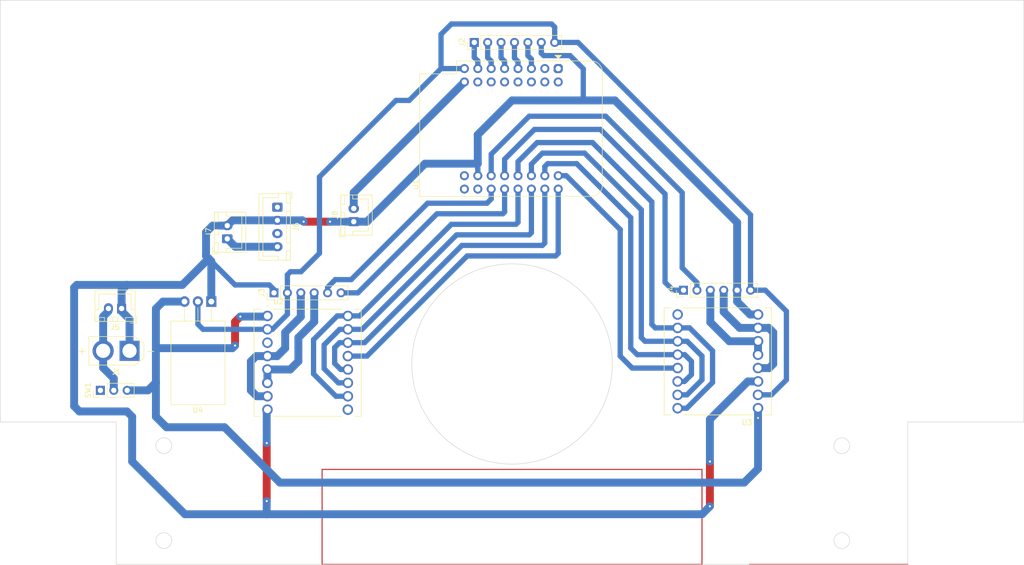
<source format=kicad_pcb>
(kicad_pcb (version 20221018) (generator pcbnew)
  (layers (0 "F.Cu" signal) (31 "B.Cu" signal) (34 "B.Paste" user) (35 "F.Paste" user) (36 "B.SilkS" user "B.Silkscreen") (37 "F.SilkS" user "F.Silkscreen") (38 "B.Mask" user) (39 "F.Mask" user) (44 "Edge.Cuts" user))
  (net 0 "")
  (net 2 "GND")
  (net 3 "BATT")
  (net 4 "OUTB_LEFT")
  (net 5 "OUTA_LEFT")
  (net 6 "STBY_LEFT")
  (net 7 "IN2_LEFT")
  (net 9 "IN1_LEFT")
  (net 10 "+3.3V")
  (net 11 "PWM_RIGH")
  (net 12 "IN1_RIGH")
  (net 13 "IN2_RIGH")
  (net 14 "STBY_RIGH")
  (net 15 "OUTA_RIGH")
  (net 17 "OUTB_RIGH")
  (net 18 "ADC")
  (net 19 "MUX1")
  (net 20 "MUX2")
  (net 21 "MUX3")
  (net 22 "MUX4")
  (net 24 "PWM_LEFT")
  (net 25 "M1_LEFT")
  (net 26 "M2_LEFT")
  (net 27 "M1_RIGH")
  (net 28 "M2_RIGH")
  (net 30 "Net-(J1-Pin_2)")
  (net 34 "7.4V")
  (net 35 "PWM_TURBINE")
  (footprint "Footprint:TB6612FNG_MODULE" (layer "F.Cu") (at 194 101.5 180)
    (fp_text reference "U3" (at -5.5332 -11.6132) (layer "F.SilkS"))
    (fp_text value "MOTOR_RIGH")
    (pad "1" thru_hole circle (at -7.62 -8.89 180) (size 1.98 1.98) (drill 1.32) (layers "*.Cu" "*.Mask") (net 3 "BATT"))
    (pad "2" thru_hole circle (at -7.62 -6.35 180) (size 1.98 1.98) (drill 1.32) (layers "*.Cu" "*.Mask") (net 10 "+3.3V"))
    (pad "3" thru_hole circle (at -7.62 -3.81 180) (size 1.98 1.98) (drill 1.32) (layers "*.Cu" "*.Mask") (net 2 "GND"))
    (pad "4" thru_hole circle (at -7.62 -1.27 180) (size 1.98 1.98) (drill 1.32) (layers "*.Cu" "*.Mask") (net 27 "M1_RIGH"))
    (pad "5" thru_hole circle (at -7.62 1.27 180) (size 1.98 1.98) (drill 1.32) (layers "*.Cu" "*.Mask") (net 28 "M2_RIGH"))
    (pad "6" thru_hole circle (at -7.62 3.81 180) (size 1.98 1.98) (drill 1.32) (layers "*.Cu" "*.Mask") (net 28 "M2_RIGH"))
    (pad "7" thru_hole circle (at -7.62 6.35 180) (size 1.98 1.98) (drill 1.32) (layers "*.Cu" "*.Mask") (net 27 "M1_RIGH"))
    (pad "8" thru_hole circle (at -7.62 8.89 180) (size 1.98 1.98) (drill 1.32) (layers "*.Cu" "*.Mask") (net 2 "GND"))
    (pad "9" thru_hole circle (at 7.62 8.89 180) (size 1.98 1.98) (drill 1.32) (layers "*.Cu" "*.Mask") (net 2 "GND"))
    (pad "10" thru_hole circle (at 7.62 6.35 180) (size 1.98 1.98) (drill 1.32) (layers "*.Cu" "*.Mask") (net 11 "PWM_RIGH"))
    (pad "11" thru_hole circle (at 7.62 3.81 180) (size 1.98 1.98) (drill 1.32) (layers "*.Cu" "*.Mask") (net 13 "IN2_RIGH"))
    (pad "12" thru_hole circle (at 7.62 1.27 180) (size 1.98 1.98) (drill 1.32) (layers "*.Cu" "*.Mask") (net 12 "IN1_RIGH"))
    (pad "13" thru_hole circle (at 7.62 -1.27 180) (size 1.98 1.98) (drill 1.32) (layers "*.Cu" "*.Mask") (net 14 "STBY_RIGH"))
    (pad "14" thru_hole circle (at 7.62 -3.81 180) (size 1.98 1.98) (drill 1.32) (layers "*.Cu" "*.Mask") (net 12 "IN1_RIGH"))
    (pad "15" thru_hole circle (at 7.62 -6.35 180) (size 1.98 1.98) (drill 1.32) (layers "*.Cu" "*.Mask") (net 13 "IN2_RIGH"))
    (pad "16" thru_hole circle (at 7.62 -8.89 180) (size 1.98 1.98) (drill 1.32) (layers "*.Cu" "*.Mask") (net 11 "PWM_RIGH"))
  )
  (footprint "Connectors_XT30-60:AMASS_XT30U-F_1x02_P5.0mm_Vertical" (layer "F.Cu") (at 82.5 99.5 180)
    (fp_text reference "J1" (at 2.5 -4) (layer "F.SilkS"))
    (fp_text value "BATT_11.1V")
    (fp_text user "-" (at -4 0) (layer "F.SilkS") (effects (font (size 1.5 1.5))))
    (fp_text user "+" (at 9 0) (layer "F.SilkS") (effects (font (size 1.5 1.5))))
    (pad "1" thru_hole rect (at 0 0 180) (size 3.8 3.8) (drill 2.7) (layers "*.Cu" "*.Mask") (net 2 "GND"))
    (pad "2" thru_hole circle (at 5 0 180) (size 4 4) (drill 2.7) (layers "*.Cu" "*.Mask") (net 30 "Net-(J1-Pin_2)"))
  )
  (footprint "Footprint:TB6612FNG_MODULE" (layer "F.Cu") (at 116.26 101.77)
    (fp_text reference "U2" (at -5.5332 -11.6132) (layer "F.SilkS"))
    (fp_text value "MOTOR_LEFT")
    (pad "1" thru_hole circle (at -7.62 -8.89) (size 1.98 1.98) (drill 1.32) (layers "*.Cu" "*.Mask") (net 3 "BATT"))
    (pad "2" thru_hole circle (at -7.62 -6.35) (size 1.98 1.98) (drill 1.32) (layers "*.Cu" "*.Mask") (net 10 "+3.3V"))
    (pad "3" thru_hole circle (at -7.62 -3.81) (size 1.98 1.98) (drill 1.32) (layers "*.Cu" "*.Mask") (net 2 "GND"))
    (pad "4" thru_hole circle (at -7.62 -1.27) (size 1.98 1.98) (drill 1.32) (layers "*.Cu" "*.Mask") (net 25 "M1_LEFT"))
    (pad "5" thru_hole circle (at -7.62 1.27) (size 1.98 1.98) (drill 1.32) (layers "*.Cu" "*.Mask") (net 26 "M2_LEFT"))
    (pad "6" thru_hole circle (at -7.62 3.81) (size 1.98 1.98) (drill 1.32) (layers "*.Cu" "*.Mask") (net 26 "M2_LEFT"))
    (pad "7" thru_hole circle (at -7.62 6.35) (size 1.98 1.98) (drill 1.32) (layers "*.Cu" "*.Mask") (net 25 "M1_LEFT"))
    (pad "8" thru_hole circle (at -7.62 8.89) (size 1.98 1.98) (drill 1.32) (layers "*.Cu" "*.Mask") (net 2 "GND"))
    (pad "9" thru_hole circle (at 7.62 8.89) (size 1.98 1.98) (drill 1.32) (layers "*.Cu" "*.Mask") (net 2 "GND"))
    (pad "10" thru_hole circle (at 7.62 6.35) (size 1.98 1.98) (drill 1.32) (layers "*.Cu" "*.Mask") (net 24 "PWM_LEFT"))
    (pad "11" thru_hole circle (at 7.62 3.81) (size 1.98 1.98) (drill 1.32) (layers "*.Cu" "*.Mask") (net 7 "IN2_LEFT"))
    (pad "12" thru_hole circle (at 7.62 1.27) (size 1.98 1.98) (drill 1.32) (layers "*.Cu" "*.Mask") (net 9 "IN1_LEFT"))
    (pad "13" thru_hole circle (at 7.62 -1.27) (size 1.98 1.98) (drill 1.32) (layers "*.Cu" "*.Mask") (net 6 "STBY_LEFT"))
    (pad "14" thru_hole circle (at 7.62 -3.81) (size 1.98 1.98) (drill 1.32) (layers "*.Cu" "*.Mask") (net 9 "IN1_LEFT"))
    (pad "15" thru_hole circle (at 7.62 -6.35) (size 1.98 1.98) (drill 1.32) (layers "*.Cu" "*.Mask") (net 7 "IN2_LEFT"))
    (pad "16" thru_hole circle (at 7.62 -8.89) (size 1.98 1.98) (drill 1.32) (layers "*.Cu" "*.Mask") (net 24 "PWM_LEFT"))
  )
  (footprint "Package_TO_SOT_THT:TO-220-3_Horizontal_TabDown" (layer "F.Cu") (at 98 90.16 180)
    (fp_text reference "U4" (at 2.54 -20.58) (layer "F.SilkS"))
    (fp_text value "LM1117T-3.3")
    (pad "" np_thru_hole oval (at 2.54 -16.66 180) (size 3.5 3.5) (drill 3.5) (layers "*.Cu" "*.Mask"))
    (pad "1" thru_hole rect (at 0 0 180) (size 1.905 2) (drill 1.1) (layers "*.Cu" "*.Mask") (net 2 "GND"))
    (pad "2" thru_hole oval (at 2.54 0 180) (size 1.905 2) (drill 1.1) (layers "*.Cu" "*.Mask") (net 10 "+3.3V"))
    (pad "3" thru_hole oval (at 5.08 0 180) (size 1.905 2) (drill 1.1) (layers "*.Cu" "*.Mask") (net 3 "BATT"))
  )
  (footprint "Connector_JST:JST_XH_B2B-XH-A_1x02_P2.50mm_Vertical" (layer "F.Cu") (at 125 75 90)
    (fp_text reference "J8" (at 1.25 -3.55 90) (layer "F.SilkS"))
    (fp_text value "TURBINE_PWM")
    (pad "1" thru_hole roundrect (at 0 0 90) (size 1.7 2) (drill 1) (layers "*.Cu" "*.Mask") (roundrect_rratio 0.147059) (net 2 "GND"))
    (pad "2" thru_hole oval (at 2.5 0 90) (size 1.7 2) (drill 1) (layers "*.Cu" "*.Mask") (net 35 "PWM_TURBINE"))
  )
  (footprint "Connector_PinHeader_2.54mm:PinHeader_1x06_P2.54mm_Vertical" (layer "F.Cu") (at 187.5 88 90)
    (fp_text reference "J4" (at 0 -2.33 90) (layer "F.SilkS"))
    (fp_text value "ENODER_RIGH")
    (pad "1" thru_hole rect (at 0 0 90) (size 1.7 1.7) (drill 1) (layers "*.Cu" "*.Mask") (net 17 "OUTB_RIGH"))
    (pad "2" thru_hole oval (at 0 2.54 90) (size 1.7 1.7) (drill 1) (layers "*.Cu" "*.Mask") (net 15 "OUTA_RIGH"))
    (pad "3" thru_hole oval (at 0 5.08 90) (size 1.7 1.7) (drill 1) (layers "*.Cu" "*.Mask") (net 28 "M2_RIGH"))
    (pad "4" thru_hole oval (at 0 7.62 90) (size 1.7 1.7) (drill 1) (layers "*.Cu" "*.Mask") (net 27 "M1_RIGH"))
    (pad "5" thru_hole oval (at 0 10.16 90) (size 1.7 1.7) (drill 1) (layers "*.Cu" "*.Mask") (net 2 "GND"))
    (pad "6" thru_hole oval (at 0 12.7 90) (size 1.7 1.7) (drill 1) (layers "*.Cu" "*.Mask") (net 10 "+3.3V"))
  )
  (footprint "Module:WEMOS_S2_mini" (layer "F.Cu") (at 163.75 45.96 -90)
    (fp_text reference "U1" (at 22 27 90) (layer "F.SilkS"))
    (fp_text value "WeMos_S2_mini")
    (pad "1" thru_hole roundrect (at 0 0 270) (size 1.7 1.7) (drill 1) (layers "*.Cu" "*.Mask") (roundrect_rratio 0.35) (chamfer_ratio 0.2) (chamfer top_left bottom_right))
    (pad "2" thru_hole circle (at 0 2.54 270) (size 1.7 1.7) (drill 1) (layers "*.Cu" "*.Mask"))
    (pad "3" thru_hole circle (at 0 5.08 270) (size 1.7 1.7) (drill 1) (layers "*.Cu" "*.Mask") (net 18 "ADC"))
    (pad "4" thru_hole circle (at 0 7.62 270) (size 1.7 1.7) (drill 1) (layers "*.Cu" "*.Mask") (net 19 "MUX1"))
    (pad "5" thru_hole circle (at 0 10.16 270) (size 1.7 1.7) (drill 1) (layers "*.Cu" "*.Mask") (net 20 "MUX2"))
    (pad "6" thru_hole circle (at 0 12.7 270) (size 1.7 1.7) (drill 1) (layers "*.Cu" "*.Mask") (net 21 "MUX3"))
    (pad "7" thru_hole circle (at 0 15.24 270) (size 1.7 1.7) (drill 1) (layers "*.Cu" "*.Mask") (net 22 "MUX4"))
    (pad "8" thru_hole circle (at 0 17.78 270) (size 1.7 1.7) (drill 1) (layers "*.Cu" "*.Mask") (net 10 "+3.3V"))
    (pad "9" thru_hole circle (at 22.86 17.78 270) (size 1.7 1.7) (drill 1) (layers "*.Cu" "*.Mask"))
    (pad "10" thru_hole circle (at 22.86 15.24 270) (size 1.7 1.7) (drill 1) (layers "*.Cu" "*.Mask") (net 2 "GND"))
    (pad "11" thru_hole circle (at 22.86 12.7 270) (size 1.7 1.7) (drill 1) (layers "*.Cu" "*.Mask") (net 4 "OUTB_LEFT"))
    (pad "12" thru_hole circle (at 22.86 10.16 270) (size 1.7 1.7) (drill 1) (layers "*.Cu" "*.Mask") (net 5 "OUTA_LEFT"))
    (pad "13" thru_hole circle (at 22.86 7.62 270) (size 1.7 1.7) (drill 1) (layers "*.Cu" "*.Mask") (net 24 "PWM_LEFT"))
    (pad "14" thru_hole circle (at 22.86 5.08 270) (size 1.7 1.7) (drill 1) (layers "*.Cu" "*.Mask") (net 7 "IN2_LEFT"))
    (pad "15" thru_hole circle (at 22.86 2.54 270) (size 1.7 1.7) (drill 1) (layers "*.Cu" "*.Mask") (net 9 "IN1_LEFT"))
    (pad "16" thru_hole circle (at 22.86 0 270) (size 1.7 1.7) (drill 1) (layers "*.Cu" "*.Mask") (net 6 "STBY_LEFT"))
    (pad "17" thru_hole circle (at 2.54 0 270) (size 1.7 1.7) (drill 1) (layers "*.Cu" "*.Mask"))
    (pad "18" thru_hole circle (at 2.54 2.54 270) (size 1.7 1.7) (drill 1) (layers "*.Cu" "*.Mask"))
    (pad "19" thru_hole circle (at 2.54 5.08 270) (size 1.7 1.7) (drill 1) (layers "*.Cu" "*.Mask"))
    (pad "20" thru_hole circle (at 2.54 7.62 270) (size 1.7 1.7) (drill 1) (layers "*.Cu" "*.Mask"))
    (pad "21" thru_hole circle (at 2.54 10.16 270) (size 1.7 1.7) (drill 1) (layers "*.Cu" "*.Mask"))
    (pad "22" thru_hole circle (at 2.54 12.7 270) (size 1.7 1.7) (drill 1) (layers "*.Cu" "*.Mask"))
    (pad "23" thru_hole circle (at 2.54 15.24 270) (size 1.7 1.7) (drill 1) (layers "*.Cu" "*.Mask"))
    (pad "24" thru_hole circle (at 2.54 17.78 270) (size 1.7 1.7) (drill 1) (layers "*.Cu" "*.Mask") (net 35 "PWM_TURBINE"))
    (pad "25" thru_hole circle (at 20.32 17.78 270) (size 1.7 1.7) (drill 1) (layers "*.Cu" "*.Mask"))
    (pad "26" thru_hole circle (at 20.32 15.24 270) (size 1.7 1.7) (drill 1) (layers "*.Cu" "*.Mask") (net 2 "GND"))
    (pad "27" thru_hole circle (at 20.32 12.7 270) (size 1.7 1.7) (drill 1) (layers "*.Cu" "*.Mask") (net 15 "OUTA_RIGH"))
    (pad "28" thru_hole circle (at 20.32 10.16 270) (size 1.7 1.7) (drill 1) (layers "*.Cu" "*.Mask") (net 17 "OUTB_RIGH"))
    (pad "29" thru_hole circle (at 20.32 7.62 270) (size 1.7 1.7) (drill 1) (layers "*.Cu" "*.Mask") (net 11 "PWM_RIGH"))
    (pad "30" thru_hole circle (at 20.32 5.08 270) (size 1.7 1.7) (drill 1) (layers "*.Cu" "*.Mask") (net 13 "IN2_RIGH"))
    (pad "31" thru_hole circle (at 20.32 2.54 270) (size 1.7 1.7) (drill 1) (layers "*.Cu" "*.Mask") (net 12 "IN1_RIGH"))
    (pad "32" thru_hole circle (at 20.32 0 270) (size 1.7 1.7) (drill 1) (layers "*.Cu" "*.Mask") (net 14 "STBY_RIGH"))
  )
  (footprint "Connector_JST:JST_XH_B2B-XH-A_1x02_P2.50mm_Vertical" (layer "F.Cu") (at 81 91.475 180)
    (fp_text reference "J5" (at 1.25 -3.55) (layer "F.SilkS"))
    (fp_text value "BATT_7.4V")
    (pad "1" thru_hole roundrect (at 0 0 180) (size 1.7 2) (drill 1) (layers "*.Cu" "*.Mask") (roundrect_rratio 0.147059) (net 2 "GND"))
    (pad "2" thru_hole oval (at 2.5 0 180) (size 1.7 2) (drill 1) (layers "*.Cu" "*.Mask") (net 30 "Net-(J1-Pin_2)"))
  )
  (footprint "Connector_PinHeader_2.54mm:PinHeader_1x06_P2.54mm_Vertical" (layer "F.Cu") (at 109.88 88.5 90)
    (fp_text reference "J3" (at 0 -2.33 90) (layer "F.SilkS"))
    (fp_text value "ENODER_LEFT")
    (pad "1" thru_hole rect (at 0 0 90) (size 1.7 1.7) (drill 1) (layers "*.Cu" "*.Mask") (net 2 "GND"))
    (pad "2" thru_hole oval (at 0 2.54 90) (size 1.7 1.7) (drill 1) (layers "*.Cu" "*.Mask") (net 10 "+3.3V"))
    (pad "3" thru_hole oval (at 0 5.08 90) (size 1.7 1.7) (drill 1) (layers "*.Cu" "*.Mask") (net 25 "M1_LEFT"))
    (pad "4" thru_hole oval (at 0 7.62 90) (size 1.7 1.7) (drill 1) (layers "*.Cu" "*.Mask") (net 26 "M2_LEFT"))
    (pad "5" thru_hole oval (at 0 10.16 90) (size 1.7 1.7) (drill 1) (layers "*.Cu" "*.Mask") (net 4 "OUTB_LEFT"))
    (pad "6" thru_hole oval (at 0 12.7 90) (size 1.7 1.7) (drill 1) (layers "*.Cu" "*.Mask") (net 5 "OUTA_LEFT"))
  )
  (footprint "Connector_JST:JST_XH_B4B-XH-A_1x04_P2.50mm_Vertical" (layer "F.Cu") (at 110.525 72.25 -90)
    (fp_text reference "J6" (at 3.75 -3.55 90) (layer "F.SilkS"))
    (fp_text value "JST-7.7V")
    (pad "1" thru_hole roundrect (at 0 0 270) (size 1.7 1.95) (drill 0.95) (layers "*.Cu" "*.Mask") (roundrect_rratio 0.147059))
    (pad "2" thru_hole oval (at 2.5 0 270) (size 1.7 1.95) (drill 0.95) (layers "*.Cu" "*.Mask") (net 2 "GND"))
    (pad "3" thru_hole oval (at 5 0 270) (size 1.7 1.95) (drill 0.95) (layers "*.Cu" "*.Mask"))
    (pad "4" thru_hole oval (at 7.5 0 270) (size 1.7 1.95) (drill 0.95) (layers "*.Cu" "*.Mask") (net 34 "7.4V"))
  )
  (footprint "Connector_PinHeader_2.54mm:PinHeader_1x03_P2.54mm_Vertical" (layer "F.Cu") (at 76.975 107 90)
    (fp_text reference "SW1" (at 0 -2.33 90) (layer "F.SilkS"))
    (fp_text value "Switch")
    (pad "1" thru_hole rect (at 0 0 90) (size 1.7 1.7) (drill 1) (layers "*.Cu" "*.Mask"))
    (pad "2" thru_hole oval (at 0 2.54 90) (size 1.7 1.7) (drill 1) (layers "*.Cu" "*.Mask") (net 30 "Net-(J1-Pin_2)"))
    (pad "3" thru_hole oval (at 0 5.08 90) (size 1.7 1.7) (drill 1) (layers "*.Cu" "*.Mask") (net 3 "BATT"))
  )
  (footprint "Connector_JST:JST_XH_B2B-XH-A_1x02_P2.50mm_Vertical" (layer "F.Cu") (at 101.025 78.25 90)
    (fp_text reference "J7" (at 1.25 -3.55 90) (layer "F.SilkS"))
    (fp_text value "TURBINE_POWER")
    (pad "1" thru_hole roundrect (at 0 0 90) (size 1.7 2) (drill 1) (layers "*.Cu" "*.Mask") (roundrect_rratio 0.147059) (net 34 "7.4V"))
    (pad "2" thru_hole oval (at 2.5 0 90) (size 1.7 2) (drill 1) (layers "*.Cu" "*.Mask") (net 2 "GND"))
  )
  (footprint "Connector_PinHeader_2.54mm:PinHeader_1x07_P2.54mm_Vertical" (layer "F.Cu") (at 147.84 41 90)
    (fp_text reference "J2" (at 0 -2.33 90) (layer "F.SilkS"))
    (fp_text value "Conn_01x07")
    (pad "1" thru_hole rect (at 0 0 90) (size 1.7 1.7) (drill 1) (layers "*.Cu" "*.Mask") (net 22 "MUX4"))
    (pad "2" thru_hole oval (at 0 2.54 90) (size 1.7 1.7) (drill 1) (layers "*.Cu" "*.Mask") (net 21 "MUX3"))
    (pad "3" thru_hole oval (at 0 5.08 90) (size 1.7 1.7) (drill 1) (layers "*.Cu" "*.Mask") (net 20 "MUX2"))
    (pad "4" thru_hole oval (at 0 7.62 90) (size 1.7 1.7) (drill 1) (layers "*.Cu" "*.Mask") (net 19 "MUX1"))
    (pad "5" thru_hole oval (at 0 10.16 90) (size 1.7 1.7) (drill 1) (layers "*.Cu" "*.Mask") (net 18 "ADC"))
    (pad "6" thru_hole oval (at 0 12.7 90) (size 1.7 1.7) (drill 1) (layers "*.Cu" "*.Mask") (net 2 "GND"))
    (pad "7" thru_hole oval (at 0 15.24 90) (size 1.7 1.7) (drill 1) (layers "*.Cu" "*.Mask") (net 10 "+3.3V"))
  )
  (gr_line (start 119 140) (end 119 122) (stroke (width 0.2)) (layer "F.Cu"))
  (gr_line (start 191 140) (end 191 122) (stroke (width 0.2)) (layer "F.Cu"))
  (gr_line (start 230 140) (end 200 140) (stroke (width 0.2)) (layer "F.Cu"))
  (gr_line (start 119 140) (end 191 140) (stroke (width 0.2)) (layer "F.Cu"))
  (gr_line (start 119 122) (end 191 122) (stroke (width 0.2)) (layer "F.Cu"))
  (gr_circle (center 217.5 117.5) (end 217.5 119) (stroke (width 0.1)) (fill none) (layer "Edge.Cuts"))
  (gr_line (start 58 113) (end 58 33) (stroke (width 0.1)) (layer "Edge.Cuts"))
  (gr_line (start 80 140) (end 80 113) (stroke (width 0.1)) (layer "Edge.Cuts"))
  (gr_line (start 252 113) (end 230 113) (stroke (width 0.1)) (layer "Edge.Cuts"))
  (gr_circle (center 89 135.5) (end 89 134) (stroke (width 0.1)) (fill none) (layer "Edge.Cuts"))
  (gr_line (start 80 113) (end 58 113) (stroke (width 0.1)) (layer "Edge.Cuts"))
  (gr_line (start 230 140) (end 230 113) (stroke (width 0.1)) (layer "Edge.Cuts"))
  (gr_line (start 252 33) (end 58 33) (stroke (width 0.1)) (layer "Edge.Cuts"))
  (gr_circle (center 217.5 135.5) (end 217.5 134) (stroke (width 0.1)) (fill none) (layer "Edge.Cuts"))
  (gr_circle (center 89 117.5) (end 89 119) (stroke (width 0.1)) (fill none) (layer "Edge.Cuts"))
  (gr_line (start 252 113) (end 252 33) (stroke (width 0.1)) (layer "Edge.Cuts"))
  (gr_line (start 80 140) (end 230 140) (stroke (width 0.1)) (layer "Edge.Cuts"))
  (gr_circle (center 155 102) (end 155 121) (stroke (width 0.1)) (fill none) (layer "Edge.Cuts"))
  (segment (start 192.5 129) (end 192.5 120.5) (width 1.5) (layer "F.Cu") (net 2))
  (segment (start 115.5 75) (end 120.5 75) (width 1.5) (layer "F.Cu") (net 2))
  (segment (start 108.5 128) (end 108.5 117) (width 1.5) (layer "F.Cu") (net 2))
  (via (at 108.5 128) (size 0.8) (drill 0.4) (layers "F.Cu" "B.Cu") (net 2))
  (via (at 192.5 120.5) (size 0.8) (drill 0.4) (layers "F.Cu" "B.Cu") (net 2))
  (via (at 108.5 117) (size 0.8) (drill 0.4) (layers "F.Cu" "B.Cu") (net 2))
  (via (at 115.5 75) (size 0.8) (drill 0.4) (layers "F.Cu" "B.Cu") (net 2))
  (via (at 120.5 75) (size 0.8) (drill 0.4) (layers "F.Cu" "B.Cu") (net 2))
  (via (at 192.5 129) (size 0.8) (drill 0.4) (layers "F.Cu" "B.Cu") (net 2))
  (segment (start 97 81.5) (end 97 77) (width 1.5) (layer "B.Cu") (net 2))
  (segment (start 166 43.5) (end 168.5 46) (width 1) (layer "B.Cu") (net 2))
  (segment (start 125 75) (end 127.5 75) (width 1.5) (layer "B.Cu") (net 2))
  (segment (start 92.5 87) (end 82 87) (width 1.5) (layer "B.Cu") (net 2))
  (segment (start 148.5 65) (end 148.51 65.01) (width 1) (layer "B.Cu") (net 2))
  (segment (start 97.5 82) (end 92.5 87) (width 1.5) (layer "B.Cu") (net 2))
  (segment (start 83 112) (end 83 120.5) (width 1.5) (layer "B.Cu") (net 2))
  (segment (start 108.5 130.5) (end 191 130.5) (width 1.5) (layer "B.Cu") (net 2))
  (segment (start 155 52) (end 148.5 58.5) (width 1.5) (layer "B.Cu") (net 2))
  (segment (start 197.66 75.16) (end 174.5 52) (width 1.5) (layer "B.Cu") (net 2))
  (segment (start 108.5 117) (end 108.5 110.8) (width 1.5) (layer "B.Cu") (net 2))
  (segment (start 102.025 74.75) (end 101.025 75.75) (width 1.5) (layer "B.Cu") (net 2))
  (segment (start 138.5 64) (end 148.5 64) (width 1.5) (layer "B.Cu") (net 2))
  (segment (start 97.5 82) (end 97 81.5) (width 1.5) (layer "B.Cu") (net 2))
  (segment (start 83 120.5) (end 86.5 124) (width 1.5) (layer "B.Cu") (net 2))
  (segment (start 161 43.5) (end 166 43.5) (width 1) (layer "B.Cu") (net 2))
  (segment (start 82 111) (end 83 112) (width 1.5) (layer "B.Cu") (net 2))
  (segment (start 108.5 130.5) (end 108.5 128) (width 1.5) (layer "B.Cu") (net 2))
  (segment (start 197.66 88) (end 197.66 75.16) (width 1.5) (layer "B.Cu") (net 2))
  (segment (start 82 87) (end 81 88) (width 1.5) (layer "B.Cu") (net 2))
  (segment (start 72 110) (end 73 111) (width 1.5) (layer "B.Cu") (net 2))
  (segment (start 93 130.5) (end 108.5 130.5) (width 1.5) (layer "B.Cu") (net 2))
  (segment (start 127.5 75) (end 138.5 64) (width 1.5) (layer "B.Cu") (net 2))
  (segment (start 191 130.5) (end 192.5 129) (width 1.5) (layer "B.Cu") (net 2))
  (segment (start 82 87) (end 72.5 87) (width 1.5) (layer "B.Cu") (net 2))
  (segment (start 192.5 112.5) (end 192.5 120.5) (width 1.5) (layer "B.Cu") (net 2))
  (segment (start 109 87) (end 109.88 87.88) (width 1) (layer "B.Cu") (net 2))
  (segment (start 97.5 82) (end 98 82.5) (width 1.5) (layer "B.Cu") (net 2))
  (segment (start 81 88) (end 81 91.475) (width 1.5) (layer "B.Cu") (net 2))
  (segment (start 110.525 74.75) (end 102.025 74.75) (width 1.5) (layer "B.Cu") (net 2))
  (segment (start 98 82.5) (end 98 90.16) (width 1.5) (layer "B.Cu") (net 2))
  (segment (start 201.62 105.31) (end 199.69 105.31) (width 1.5) (layer "B.Cu") (net 2))
  (segment (start 97.5 82) (end 102.5 87) (width 1) (layer "B.Cu") (net 2))
  (segment (start 102.5 87) (end 109 87) (width 1) (layer "B.Cu") (net 2))
  (segment (start 82.5 99.5) (end 82.5 93.5) (width 1.5) (layer "B.Cu") (net 2))
  (segment (start 72 87.5) (end 72 110) (width 1.5) (layer "B.Cu") (net 2))
  (segment (start 98.25 75.75) (end 101.025 75.75) (width 1.5) (layer "B.Cu") (net 2))
  (segment (start 168.5 46) (end 168.5 52) (width 1) (layer "B.Cu") (net 2))
  (segment (start 168.5 52) (end 155 52) (width 1.5) (layer "B.Cu") (net 2))
  (segment (start 108.5 110.8) (end 108.64 110.66) (width 1.5) (layer "B.Cu") (net 2))
  (segment (start 148.5 64) (end 148.5 65) (width 1) (layer "B.Cu") (net 2))
  (segment (start 200.11 92.61) (end 201.62 92.61) (width 1.5) (layer "B.Cu") (net 2))
  (segment (start 115.25 74.75) (end 115.5 75) (width 1.5) (layer "B.Cu") (net 2))
  (segment (start 174.5 52) (end 168.5 52) (width 1.5) (layer "B.Cu") (net 2))
  (segment (start 109.88 87.88) (end 109.88 88.5) (width 1) (layer "B.Cu") (net 2))
  (segment (start 160.54 43.04) (end 161 43.5) (width 1) (layer "B.Cu") (net 2))
  (segment (start 148.51 65.01) (end 148.51 66.28) (width 1) (layer "B.Cu") (net 2))
  (segment (start 73 111) (end 82 111) (width 1.5) (layer "B.Cu") (net 2))
  (segment (start 120.5 75) (end 125 75) (width 1.5) (layer "B.Cu") (net 2))
  (segment (start 160.54 41) (end 160.54 43.04) (width 1) (layer "B.Cu") (net 2))
  (segment (start 199.69 105.31) (end 192.5 112.5) (width 1.5) (layer "B.Cu") (net 2))
  (segment (start 82.5 93.5) (end 81 92) (width 1.5) (layer "B.Cu") (net 2))
  (segment (start 110.525 74.75) (end 115.25 74.75) (width 1.5) (layer "B.Cu") (net 2))
  (segment (start 97 77) (end 98.25 75.75) (width 1.5) (layer "B.Cu") (net 2))
  (segment (start 86.5 124) (end 93 130.5) (width 1.5) (layer "B.Cu") (net 2))
  (segment (start 197.66 90.16) (end 200.11 92.61) (width 1.5) (layer "B.Cu") (net 2))
  (segment (start 197.66 88) (end 197.66 90.16) (width 1.5) (layer "B.Cu") (net 2))
  (segment (start 148.5 58.5) (end 148.5 64) (width 1.5) (layer "B.Cu") (net 2))
  (segment (start 72.5 87) (end 72 87.5) (width 1.5) (layer "B.Cu") (net 2))
  (segment (start 102.5 98.5) (end 102.5 94) (width 1.5) (layer "F.Cu") (net 3))
  (segment (start 102.5 94) (end 103.5 93) (width 1.5) (layer "F.Cu") (net 3))
  (via (at 102.5 98.5) (size 0.8) (drill 0.4) (layers "F.Cu" "B.Cu") (net 3))
  (via (at 103.5 93) (size 0.8) (drill 0.4) (layers "F.Cu" "B.Cu") (net 3))
  (segment (start 87.5 99) (end 102 99) (width 1.5) (layer "B.Cu") (net 3))
  (segment (start 88.84 90.16) (end 87.5 91.5) (width 1.5) (layer "B.Cu") (net 3))
  (segment (start 108.52 93) (end 108.64 92.88) (width 1.5) (layer "B.Cu") (net 3))
  (segment (start 86 107) (end 82.055 107) (width 1.5) (layer "B.Cu") (net 3))
  (segment (start 92.92 90.16) (end 88.84 90.16) (width 1.5) (layer "B.Cu") (net 3))
  (segment (start 111 124.5) (end 199 124.5) (width 1.5) (layer "B.Cu") (net 3))
  (segment (start 201.62 121.88) (end 201.62 110.39) (width 1.5) (layer "B.Cu") (net 3))
  (segment (start 87.5 99) (end 87.5 105.5) (width 1.5) (layer "B.Cu") (net 3))
  (segment (start 87.5 112) (end 89.5 114) (width 1.5) (layer "B.Cu") (net 3))
  (segment (start 199 124.5) (end 201.62 121.88) (width 1.5) (layer "B.Cu") (net 3))
  (segment (start 103.5 93) (end 108.52 93) (width 1.5) (layer "B.Cu") (net 3))
  (segment (start 89.5 114) (end 100.5 114) (width 1.5) (layer "B.Cu") (net 3))
  (segment (start 100.5 114) (end 111 124.5) (width 1.5) (layer "B.Cu") (net 3))
  (segment (start 87.5 105.5) (end 86 107) (width 1.5) (layer "B.Cu") (net 3))
  (segment (start 87.5 91.5) (end 87.5 99) (width 1.5) (layer "B.Cu") (net 3))
  (segment (start 102 99) (end 102.5 98.5) (width 1.5) (layer "B.Cu") (net 3))
  (segment (start 87.5 105.5) (end 87.5 112) (width 1.5) (layer "B.Cu") (net 3))
  (segment (start 120.04 87.46) (end 120.04 88.5) (width 1) (layer "B.Cu") (net 4))
  (segment (start 151.05 68.82) (end 151.05 70.7) (width 1) (layer "B.Cu") (net 4))
  (segment (start 151.05 70.7) (end 150.25 71.5) (width 1) (layer "B.Cu") (net 4))
  (segment (start 150.25 71.5) (end 139 71.5) (width 1) (layer "B.Cu") (net 4))
  (segment (start 121.5 86) (end 120.04 87.46) (width 1) (layer "B.Cu") (net 4))
  (segment (start 139 71.5) (end 124.5 86) (width 1) (layer "B.Cu") (net 4))
  (segment (start 124.5 86) (end 121.5 86) (width 1) (layer "B.Cu") (net 4))
  (segment (start 153.59 68.82) (end 153.59 73.16) (width 1) (layer "B.Cu") (net 5))
  (segment (start 125.78 88.5) (end 122.58 88.5) (width 1) (layer "B.Cu") (net 5))
  (segment (start 140.78 73.5) (end 127.5 86.78) (width 1) (layer "B.Cu") (net 5))
  (segment (start 153.59 73.16) (end 153.25 73.5) (width 1) (layer "B.Cu") (net 5))
  (segment (start 127.5 86.78) (end 125.78 88.5) (width 1) (layer "B.Cu") (net 5))
  (segment (start 153.25 73.5) (end 140.78 73.5) (width 1) (layer "B.Cu") (net 5))
  (segment (start 127.5 100.5) (end 123.88 100.5) (width 1) (layer "B.Cu") (net 6))
  (segment (start 163.25 81.5) (end 146.5 81.5) (width 1) (layer "B.Cu") (net 6))
  (segment (start 163.75 81) (end 163.25 81.5) (width 1) (layer "B.Cu") (net 6))
  (segment (start 163.75 68.82) (end 163.75 81) (width 1) (layer "B.Cu") (net 6))
  (segment (start 146.5 81.5) (end 127.5 100.5) (width 1) (layer "B.Cu") (net 6))
  (segment (start 158.67 77.08) (end 158.25 77.5) (width 1) (layer "B.Cu") (net 7))
  (segment (start 122.08 105.58) (end 123.88 105.58) (width 1) (layer "B.Cu") (net 7))
  (segment (start 119.38 102.88) (end 122.08 105.58) (width 1) (layer "B.Cu") (net 7))
  (segment (start 158.67 68.82) (end 158.67 77.08) (width 1) (layer "B.Cu") (net 7))
  (segment (start 123.88 95.42) (end 122.34 95.42) (width 1) (layer "B.Cu") (net 7))
  (segment (start 119.38 98.38) (end 119.38 102.88) (width 1) (layer "B.Cu") (net 7))
  (segment (start 126.58 95.42) (end 123.88 95.42) (width 1) (layer "B.Cu") (net 7))
  (segment (start 158.25 77.5) (end 144.5 77.5) (width 1) (layer "B.Cu") (net 7))
  (segment (start 144.5 77.5) (end 126.58 95.42) (width 1) (layer "B.Cu") (net 7))
  (segment (start 122.34 95.42) (end 119.38 98.38) (width 1) (layer "B.Cu") (net 7))
  (segment (start 121.38 101.88) (end 122.54 103.04) (width 1) (layer "B.Cu") (net 9))
  (segment (start 122.3 97.96) (end 121.38 98.88) (width 1) (layer "B.Cu") (net 9))
  (segment (start 145.5 79.5) (end 127.04 97.96) (width 1) (layer "B.Cu") (net 9))
  (segment (start 123.88 97.96) (end 122.3 97.96) (width 1) (layer "B.Cu") (net 9))
  (segment (start 127.04 97.96) (end 123.88 97.96) (width 1) (layer "B.Cu") (net 9))
  (segment (start 160.75 79.5) (end 145.5 79.5) (width 1) (layer "B.Cu") (net 9))
  (segment (start 122.54 103.04) (end 123.88 103.04) (width 1) (layer "B.Cu") (net 9))
  (segment (start 161.21 79.04) (end 160.75 79.5) (width 1) (layer "B.Cu") (net 9))
  (segment (start 121.38 98.88) (end 121.38 101.88) (width 1) (layer "B.Cu") (net 9))
  (segment (start 161.21 68.82) (end 161.21 79.04) (width 1) (layer "B.Cu") (net 9))
  (segment (start 162.5 37.5) (end 163.08 38.08) (width 1) (layer "B.Cu") (net 10))
  (segment (start 118.5 81) (end 115 84.5) (width 1) (layer "B.Cu") (net 10))
  (segment (start 108.64 95.42) (end 109.58 95.42) (width 1) (layer "B.Cu") (net 10))
  (segment (start 201.62 107.85) (end 204.15 107.85) (width 1) (layer "B.Cu") (net 10))
  (segment (start 141.54 45.96) (end 141.54 39.46) (width 1) (layer "B.Cu") (net 10))
  (segment (start 118.5 66.5) (end 118.5 81) (width 1) (layer "B.Cu") (net 10))
  (segment (start 109.58 95.42) (end 112.42 92.58) (width 1) (layer "B.Cu") (net 10))
  (segment (start 108.64 95.42) (end 96.42 95.42) (width 1) (layer "B.Cu") (net 10))
  (segment (start 112.42 92.58) (end 112.42 88.5) (width 1) (layer "B.Cu") (net 10))
  (segment (start 95.46 94.46) (end 95.46 90.16) (width 1) (layer "B.Cu") (net 10))
  (segment (start 207 105) (end 207 92) (width 1) (layer "B.Cu") (net 10))
  (segment (start 163.08 41) (end 167.5 41) (width 1) (layer "B.Cu") (net 10))
  (segment (start 141.54 39.46) (end 143.5 37.5) (width 1) (layer "B.Cu") (net 10))
  (segment (start 143.5 37.5) (end 162.5 37.5) (width 1) (layer "B.Cu") (net 10))
  (segment (start 204.15 107.85) (end 207 105) (width 1) (layer "B.Cu") (net 10))
  (segment (start 135.5 52) (end 133 52) (width 1) (layer "B.Cu") (net 10))
  (segment (start 141.54 45.96) (end 135.5 52) (width 1) (layer "B.Cu") (net 10))
  (segment (start 112.42 85.08) (end 112.42 88.5) (width 1) (layer "B.Cu") (net 10))
  (segment (start 163.08 38.08) (end 163.08 41) (width 1) (layer "B.Cu") (net 10))
  (segment (start 133 52) (end 118.5 66.5) (width 1) (layer "B.Cu") (net 10))
  (segment (start 200.2 73.7) (end 200.2 88) (width 1) (layer "B.Cu") (net 10))
  (segment (start 203 88) (end 200.2 88) (width 1) (layer "B.Cu") (net 10))
  (segment (start 145.97 45.96) (end 141.54 45.96) (width 1) (layer "B.Cu") (net 10))
  (segment (start 167.5 41) (end 200.2 73.7) (width 1) (layer "B.Cu") (net 10))
  (segment (start 115 84.5) (end 113 84.5) (width 1) (layer "B.Cu") (net 10))
  (segment (start 113 84.5) (end 112.42 85.08) (width 1) (layer "B.Cu") (net 10))
  (segment (start 96.42 95.42) (end 95.46 94.46) (width 1) (layer "B.Cu") (net 10))
  (segment (start 207 92) (end 203 88) (width 1) (layer "B.Cu") (net 10))
  (segment (start 181.5 71.25) (end 170.25 60) (width 1) (layer "B.Cu") (net 11))
  (segment (start 181.5 72) (end 181.5 71.25) (width 1) (layer "B.Cu") (net 11))
  (segment (start 182.15 95.15) (end 181.5 94.5) (width 1) (layer "B.Cu") (net 11))
  (segment (start 186.38 110.39) (end 188.11 110.39) (width 1) (layer "B.Cu") (net 11))
  (segment (start 170.25 60) (end 159.75 60) (width 1) (layer "B.Cu") (net 11))
  (segment (start 188.11 110.39) (end 193 105.5) (width 1) (layer "B.Cu") (net 11))
  (segment (start 186.38 95.15) (end 182.15 95.15) (width 1) (layer "B.Cu") (net 11))
  (segment (start 193 105.5) (end 193 99.5) (width 1) (layer "B.Cu") (net 11))
  (segment (start 188.65 95.15) (end 186.38 95.15) (width 1) (layer "B.Cu") (net 11))
  (segment (start 181.5 94.5) (end 181.5 72) (width 1) (layer "B.Cu") (net 11))
  (segment (start 193 99.5) (end 188.65 95.15) (width 1) (layer "B.Cu") (net 11))
  (segment (start 159.75 60) (end 156.13 63.62) (width 1) (layer "B.Cu") (net 11))
  (segment (start 156.13 63.62) (end 156.13 66.28) (width 1) (layer "B.Cu") (net 11))
  (segment (start 186.38 105.31) (end 187.69 105.31) (width 1) (layer "B.Cu") (net 12))
  (segment (start 177.5 74.25) (end 177.5 75) (width 1) (layer "B.Cu") (net 12))
  (segment (start 161.21 66.28) (end 161.21 64.54) (width 1) (layer "B.Cu") (net 12))
  (segment (start 177.5 75) (end 177.5 99) (width 1) (layer "B.Cu") (net 12))
  (segment (start 189 104) (end 189 101.5) (width 1) (layer "B.Cu") (net 12))
  (segment (start 161.21 64.54) (end 161.75 64) (width 1) (layer "B.Cu") (net 12))
  (segment (start 187.73 100.23) (end 186.38 100.23) (width 1) (layer "B.Cu") (net 12))
  (segment (start 161.75 64) (end 167.25 64) (width 1) (layer "B.Cu") (net 12))
  (segment (start 187.69 105.31) (end 189 104) (width 1) (layer "B.Cu") (net 12))
  (segment (start 167.25 64) (end 177.5 74.25) (width 1) (layer "B.Cu") (net 12))
  (segment (start 177.5 99) (end 178.73 100.23) (width 1) (layer "B.Cu") (net 12))
  (segment (start 189 101.5) (end 187.73 100.23) (width 1) (layer "B.Cu") (net 12))
  (segment (start 178.73 100.23) (end 186.38 100.23) (width 1) (layer "B.Cu") (net 12))
  (segment (start 186.38 97.69) (end 188.19 97.69) (width 1) (layer "B.Cu") (net 13))
  (segment (start 191 105) (end 188.15 107.85) (width 1) (layer "B.Cu") (net 13))
  (segment (start 160.75 62) (end 158.67 64.08) (width 1) (layer "B.Cu") (net 13))
  (segment (start 179.5 72.75) (end 168.75 62) (width 1) (layer "B.Cu") (net 13))
  (segment (start 191 100.5) (end 191 105) (width 1) (layer "B.Cu") (net 13))
  (segment (start 158.67 64.08) (end 158.67 66.28) (width 1) (layer "B.Cu") (net 13))
  (segment (start 179.5 97) (end 179.5 73.5) (width 1) (layer "B.Cu") (net 13))
  (segment (start 179.5 73.5) (end 179.5 72.75) (width 1) (layer "B.Cu") (net 13))
  (segment (start 180.19 97.69) (end 179.5 97) (width 1) (layer "B.Cu") (net 13))
  (segment (start 188.19 97.69) (end 191 100.5) (width 1) (layer "B.Cu") (net 13))
  (segment (start 188.15 107.85) (end 186.38 107.85) (width 1) (layer "B.Cu") (net 13))
  (segment (start 186.38 97.69) (end 180.19 97.69) (width 1) (layer "B.Cu") (net 13))
  (segment (start 168.75 62) (end 160.75 62) (width 1) (layer "B.Cu") (net 13))
  (segment (start 175.5 100.5) (end 177.77 102.77) (width 1) (layer "B.Cu") (net 14))
  (segment (start 177.77 102.77) (end 186.38 102.77) (width 1) (layer "B.Cu") (net 14))
  (segment (start 163.75 66.28) (end 165.28 66.28) (width 1) (layer "B.Cu") (net 14))
  (segment (start 175.5 76.5) (end 175.25 76.25) (width 1) (layer "B.Cu") (net 14))
  (segment (start 165.28 66.28) (end 175.5 76.5) (width 1) (layer "B.Cu") (net 14))
  (segment (start 175.5 76.5) (end 175.5 100.5) (width 1) (layer "B.Cu") (net 14))
  (segment (start 172.75 55) (end 187.25 69.5) (width 1) (layer "B.Cu") (net 15))
  (segment (start 151.05 66.28) (end 151.05 62.2) (width 1) (layer "B.Cu") (net 15))
  (segment (start 190.04 86.54) (end 190.04 88) (width 1) (layer "B.Cu") (net 15))
  (segment (start 158.25 55) (end 172.75 55) (width 1) (layer "B.Cu") (net 15))
  (segment (start 187.25 83.75) (end 190.04 86.54) (width 1) (layer "B.Cu") (net 15))
  (segment (start 151.05 62.2) (end 158.25 55) (width 1) (layer "B.Cu") (net 15))
  (segment (start 187.25 69.5) (end 187.25 83.75) (width 1) (layer "B.Cu") (net 15))
  (segment (start 185.5 88) (end 184 86.5) (width 1) (layer "B.Cu") (net 17))
  (segment (start 184 86.5) (end 184 70.5) (width 1) (layer "B.Cu") (net 17))
  (segment (start 153.59 63.16) (end 153.59 66.28) (width 1) (layer "B.Cu") (net 17))
  (segment (start 187.5 88) (end 185.5 88) (width 1) (layer "B.Cu") (net 17))
  (segment (start 159.25 57.5) (end 153.59 63.16) (width 1) (layer "B.Cu") (net 17))
  (segment (start 184 70.5) (end 184 69.75) (width 1) (layer "B.Cu") (net 17))
  (segment (start 171.75 57.5) (end 159.25 57.5) (width 1) (layer "B.Cu") (net 17))
  (segment (start 184 69.75) (end 171.75 57.5) (width 1) (layer "B.Cu") (net 17))
  (segment (start 158.67 44.17) (end 158.67 45.96) (width 1) (layer "B.Cu") (net 18))
  (segment (start 158 41) (end 158 43.5) (width 1) (layer "B.Cu") (net 18))
  (segment (start 158 43.5) (end 158.67 44.17) (width 1) (layer "B.Cu") (net 18))
  (segment (start 156.13 44.63) (end 156.13 45.96) (width 1) (layer "B.Cu") (net 19))
  (segment (start 155.46 41) (end 155.46 43.96) (width 1) (layer "B.Cu") (net 19))
  (segment (start 155.46 43.96) (end 156.13 44.63) (width 1) (layer "B.Cu") (net 19))
  (segment (start 153.59 44.59) (end 153.59 45.96) (width 1) (layer "B.Cu") (net 20))
  (segment (start 152.92 41) (end 152.92 43.92) (width 1) (layer "B.Cu") (net 20))
  (segment (start 152.92 43.92) (end 153.59 44.59) (width 1) (layer "B.Cu") (net 20))
  (segment (start 150.38 43.88) (end 151.05 44.55) (width 1) (layer "B.Cu") (net 21))
  (segment (start 150.38 41) (end 150.38 43.88) (width 1) (layer "B.Cu") (net 21))
  (segment (start 151.05 44.55) (end 151.05 45.96) (width 1) (layer "B.Cu") (net 21))
  (segment (start 148.51 44.51) (end 148.51 45.96) (width 1) (layer "B.Cu") (net 22))
  (segment (start 147.84 43.84) (end 148.51 44.51) (width 1) (layer "B.Cu") (net 22))
  (segment (start 147.84 41) (end 147.84 43.84) (width 1) (layer "B.Cu") (net 22))
  (segment (start 126.12 92.88) (end 123.88 92.88) (width 1) (layer "B.Cu") (net 24))
  (segment (start 156.13 68.82) (end 156.13 75.12) (width 1) (layer "B.Cu") (net 24))
  (segment (start 121.62 108.12) (end 123.88 108.12) (width 1) (layer "B.Cu") (net 24))
  (segment (start 156.13 75.12) (end 155.75 75.5) (width 1) (layer "B.Cu") (net 24))
  (segment (start 123.88 92.88) (end 121.88 92.88) (width 1) (layer "B.Cu") (net 24))
  (segment (start 117.38 103.88) (end 121.62 108.12) (width 1) (layer "B.Cu") (net 24))
  (segment (start 155.75 75.5) (end 143.5 75.5) (width 1) (layer "B.Cu") (net 24))
  (segment (start 143.5 75.5) (end 126.12 92.88) (width 1) (layer "B.Cu") (net 24))
  (segment (start 117.38 97.38) (end 117.38 103.88) (width 1) (layer "B.Cu") (net 24))
  (segment (start 121.88 92.88) (end 117.38 97.38) (width 1) (layer "B.Cu") (net 24))
  (segment (start 112 96) (end 114.96 93.04) (width 1.5) (layer "B.Cu") (net 25))
  (segment (start 105.5 101.5) (end 105.5 107) (width 1.5) (layer "B.Cu") (net 25))
  (segment (start 106.62 108.12) (end 108.64 108.12) (width 1.5) (layer "B.Cu") (net 25))
  (segment (start 105.5 107) (end 106.62 108.12) (width 1.5) (layer "B.Cu") (net 25))
  (segment (start 108.6 108.08) (end 108.64 108.12) (width 1.5) (layer "B.Cu") (net 25))
  (segment (start 108.64 100.5) (end 110.5 100.5) (width 1.5) (layer "B.Cu") (net 25))
  (segment (start 114.96 93.04) (end 114.96 88.5) (width 1.5) (layer "B.Cu") (net 25))
  (segment (start 112 99) (end 112 96) (width 1.5) (layer "B.Cu") (net 25))
  (segment (start 108.64 100.5) (end 106.5 100.5) (width 1.5) (layer "B.Cu") (net 25))
  (segment (start 106.5 100.5) (end 105.5 101.5) (width 1.5) (layer "B.Cu") (net 25))
  (segment (start 110.5 100.5) (end 112 99) (width 1.5) (layer "B.Cu") (net 25))
  (segment (start 108.64 103.04) (end 112.96 103.04) (width 1.5) (layer "B.Cu") (net 26))
  (segment (start 108.6 105.54) (end 108.64 105.58) (width 2) (layer "B.Cu") (net 26))
  (segment (start 112.96 103.04) (end 114.5 101.5) (width 1.5) (layer "B.Cu") (net 26))
  (segment (start 108.64 103.04) (end 108.64 105.58) (width 1.5) (layer "B.Cu") (net 26))
  (segment (start 117.5 94) (end 117.5 88.5) (width 1.5) (layer "B.Cu") (net 26))
  (segment (start 114.5 101.5) (end 114.5 97) (width 1.5) (layer "B.Cu") (net 26))
  (segment (start 114.5 97) (end 117.5 94) (width 1.5) (layer "B.Cu") (net 26))
  (segment (start 203.65 95.15) (end 204.5 96) (width 1.5) (layer "B.Cu") (net 27))
  (segment (start 201.62 95.15) (end 203.65 95.15) (width 1.5) (layer "B.Cu") (net 27))
  (segment (start 204.5 96) (end 204.5 102) (width 1.5) (layer "B.Cu") (net 27))
  (segment (start 195.12 92.12) (end 195.12 88) (width 1.5) (layer "B.Cu") (net 27))
  (segment (start 203.73 102.77) (end 201.62 102.77) (width 1.5) (layer "B.Cu") (net 27))
  (segment (start 198.15 95.15) (end 195.12 92.12) (width 1.5) (layer "B.Cu") (net 27))
  (segment (start 201.62 95.15) (end 198.15 95.15) (width 1.5) (layer "B.Cu") (net 27))
  (segment (start 204.5 102) (end 203.73 102.77) (width 1.5) (layer "B.Cu") (net 27))
  (segment (start 201.62 97.69) (end 196.19 97.69) (width 1.5) (layer "B.Cu") (net 28))
  (segment (start 196.19 97.69) (end 192.58 94.08) (width 1.5) (layer "B.Cu") (net 28))
  (segment (start 192.58 94.08) (end 192.58 88) (width 1.5) (layer "B.Cu") (net 28))
  (segment (start 201.62 97.69) (end 201.62 100.23) (width 1.5) (layer "B.Cu") (net 28))
  (segment (start 77.5 99.5) (end 77.5 93) (width 1.5) (layer "B.Cu") (net 30))
  (segment (start 79.515 104.74) (end 79.515 107) (width 1.5) (layer "B.Cu") (net 30))
  (segment (start 77.5 93) (end 78.5 92) (width 1.5) (layer "B.Cu") (net 30))
  (segment (start 77.5 99.5) (end 77.5 102.725) (width 1.5) (layer "B.Cu") (net 30))
  (segment (start 77.5 102.725) (end 79.515 104.74) (width 1.5) (layer "B.Cu") (net 30))
  (segment (start 102.525 79.75) (end 101.025 78.25) (width 1.5) (layer "B.Cu") (net 34))
  (segment (start 110.525 79.75) (end 102.525 79.75) (width 1.5) (layer "B.Cu") (net 34))
  (segment (start 145.97 48.5) (end 125 69.47) (width 1.5) (layer "B.Cu") (net 35))
  (segment (start 125 69.47) (end 125 72.5) (width 1.5) (layer "B.Cu") (net 35))
)
</source>
